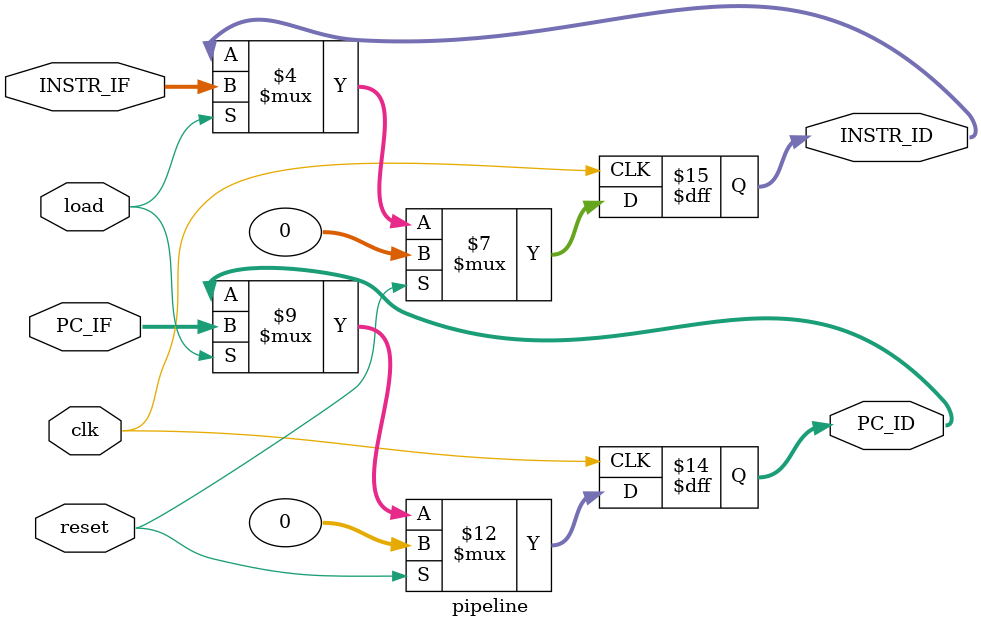
<source format=v>
`timescale 1ns / 1ps


module pipeline(input clk, reset, load,
                input [31:0] PC_IF, INSTR_IF,
                output reg [31:0] PC_ID, INSTR_ID);
   
    always @(posedge clk) begin
        if (reset == 1) begin 
            PC_ID <= 0;
            INSTR_ID <= 0;
        end
        else if (load == 1) begin
            PC_ID <= PC_IF;
            INSTR_ID <= INSTR_IF;
        end
    end
    
endmodule

</source>
